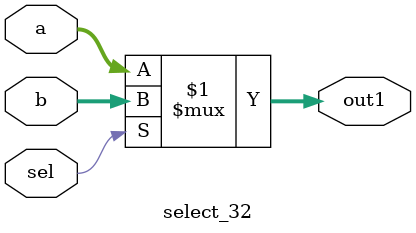
<source format=v>
`timescale 1ns / 1ps


module select_32(
input [31:0]a,
input [31:0]b,
input sel,
output [31:0]out1
    );
        assign out1=sel?b:a;
endmodule

</source>
